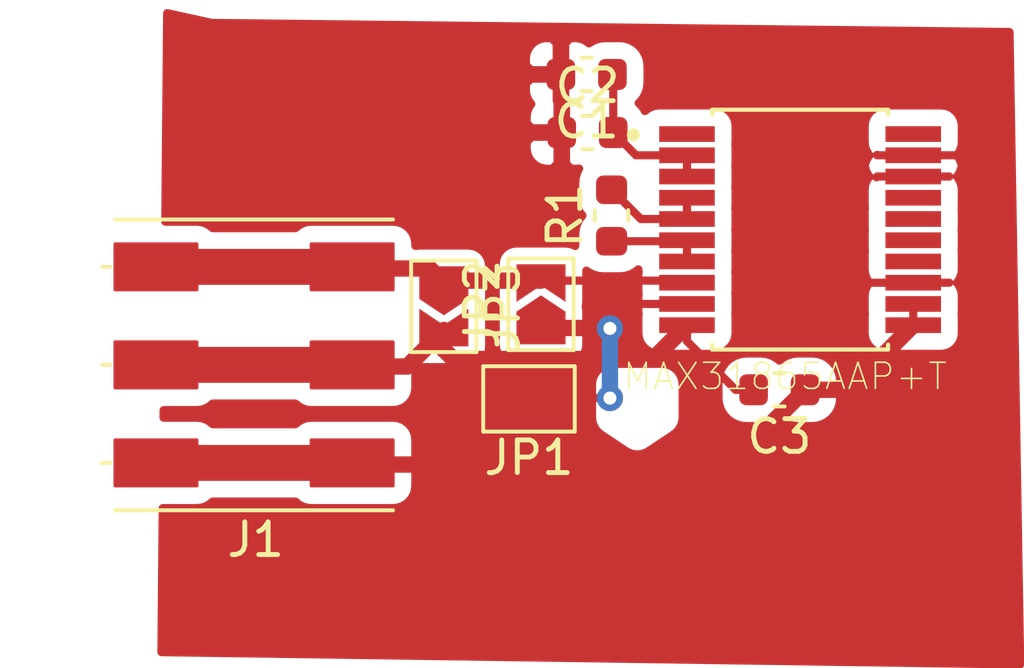
<source format=kicad_pcb>
(kicad_pcb (version 20171130) (host pcbnew "(5.1.4)-1")

  (general
    (thickness 1.6)
    (drawings 0)
    (tracks 53)
    (zones 0)
    (modules 9)
    (nets 14)
  )

  (page A4)
  (layers
    (0 F.Cu signal)
    (31 B.Cu signal)
    (32 B.Adhes user)
    (33 F.Adhes user)
    (34 B.Paste user)
    (35 F.Paste user)
    (36 B.SilkS user)
    (37 F.SilkS user)
    (38 B.Mask user)
    (39 F.Mask user)
    (40 Dwgs.User user)
    (41 Cmts.User user)
    (42 Eco1.User user)
    (43 Eco2.User user)
    (44 Edge.Cuts user)
    (45 Margin user)
    (46 B.CrtYd user)
    (47 F.CrtYd user)
    (48 B.Fab user)
    (49 F.Fab user)
  )

  (setup
    (last_trace_width 0.25)
    (user_trace_width 0.5)
    (trace_clearance 0.2)
    (zone_clearance 0.508)
    (zone_45_only no)
    (trace_min 0.2)
    (via_size 0.8)
    (via_drill 0.4)
    (via_min_size 0.4)
    (via_min_drill 0.3)
    (uvia_size 0.3)
    (uvia_drill 0.1)
    (uvias_allowed no)
    (uvia_min_size 0.2)
    (uvia_min_drill 0.1)
    (edge_width 0.05)
    (segment_width 0.2)
    (pcb_text_width 0.3)
    (pcb_text_size 1.5 1.5)
    (mod_edge_width 0.12)
    (mod_text_size 1 1)
    (mod_text_width 0.15)
    (pad_size 1.524 1.524)
    (pad_drill 0.762)
    (pad_to_mask_clearance 0.051)
    (solder_mask_min_width 0.25)
    (aux_axis_origin 0 0)
    (visible_elements FFFFFF7F)
    (pcbplotparams
      (layerselection 0x010fc_ffffffff)
      (usegerberextensions false)
      (usegerberattributes false)
      (usegerberadvancedattributes false)
      (creategerberjobfile false)
      (excludeedgelayer true)
      (linewidth 0.100000)
      (plotframeref false)
      (viasonmask false)
      (mode 1)
      (useauxorigin false)
      (hpglpennumber 1)
      (hpglpenspeed 20)
      (hpglpendiameter 15.000000)
      (psnegative false)
      (psa4output false)
      (plotreference true)
      (plotvalue true)
      (plotinvisibletext false)
      (padsonsilk false)
      (subtractmaskfromsilk false)
      (outputformat 1)
      (mirror false)
      (drillshape 1)
      (scaleselection 1)
      (outputdirectory ""))
  )

  (net 0 "")
  (net 1 GND)
  (net 2 +3V3)
  (net 3 "Net-(C3-Pad2)")
  (net 4 "Net-(C3-Pad1)")
  (net 5 "Net-(J1-Pad3)")
  (net 6 "Net-(JP1-Pad1)")
  (net 7 "Net-(R1-Pad2)")
  (net 8 "Net-(R1-Pad1)")
  (net 9 "Net-(U1-Pad1)")
  (net 10 SPI_SO)
  (net 11 CS)
  (net 12 SPI_CLK)
  (net 13 SPI_SI)

  (net_class Default "This is the default net class."
    (clearance 0.2)
    (trace_width 0.25)
    (via_dia 0.8)
    (via_drill 0.4)
    (uvia_dia 0.3)
    (uvia_drill 0.1)
    (add_net +3V3)
    (add_net CS)
    (add_net GND)
    (add_net "Net-(C3-Pad1)")
    (add_net "Net-(C3-Pad2)")
    (add_net "Net-(J1-Pad3)")
    (add_net "Net-(JP1-Pad1)")
    (add_net "Net-(R1-Pad1)")
    (add_net "Net-(R1-Pad2)")
    (add_net "Net-(U1-Pad1)")
    (add_net SPI_CLK)
    (add_net SPI_SI)
    (add_net SPI_SO)
  )

  (module JanSquare:SOP65P777X199-20N (layer F.Cu) (tedit 5DF2E1C2) (tstamp 5DF6397A)
    (at 118.745 83.1088)
    (path /5DF89079)
    (attr smd)
    (fp_text reference U1 (at 0 -4.508) (layer F.SilkS) hide
      (effects (font (size 0.8 0.8) (thickness 0.05)))
    )
    (fp_text value MAX31865AAP+T (at -0.46 4.492) (layer F.SilkS)
      (effects (font (size 0.8 0.8) (thickness 0.05)))
    )
    (fp_circle (center -5.1 -2.9) (end -5 -2.9) (layer Eco2.User) (width 0.2))
    (fp_circle (center -5.1 -2.9) (end -5 -2.9) (layer F.SilkS) (width 0.2))
    (fp_line (start 4.56 -3.42) (end 4.56 3.42) (layer Eco1.User) (width 0.05))
    (fp_line (start -4.56 3.42) (end -4.56 -3.42) (layer Eco1.User) (width 0.05))
    (fp_line (start -2.94 3.42) (end -4.56 3.42) (layer Eco1.User) (width 0.05))
    (fp_line (start -2.94 3.92) (end -2.94 3.42) (layer Eco1.User) (width 0.05))
    (fp_line (start 2.94 3.92) (end -2.94 3.92) (layer Eco1.User) (width 0.05))
    (fp_line (start 2.94 3.42) (end 2.94 3.92) (layer Eco1.User) (width 0.05))
    (fp_line (start 4.56 3.42) (end 2.94 3.42) (layer Eco1.User) (width 0.05))
    (fp_line (start 2.94 -3.42) (end 4.56 -3.42) (layer Eco1.User) (width 0.05))
    (fp_line (start 2.94 -3.92) (end 2.94 -3.42) (layer Eco1.User) (width 0.05))
    (fp_line (start -2.94 -3.92) (end 2.94 -3.92) (layer Eco1.User) (width 0.05))
    (fp_line (start -2.94 -3.42) (end -2.94 -3.92) (layer Eco1.User) (width 0.05))
    (fp_line (start -4.56 -3.42) (end -2.94 -3.42) (layer Eco1.User) (width 0.05))
    (fp_line (start -2.69 3.67) (end -2.69 3.52) (layer F.SilkS) (width 0.127))
    (fp_line (start 2.69 3.67) (end -2.69 3.67) (layer F.SilkS) (width 0.127))
    (fp_line (start 2.69 3.52) (end 2.69 3.67) (layer F.SilkS) (width 0.127))
    (fp_line (start 2.69 -3.67) (end 2.69 -3.52) (layer F.SilkS) (width 0.127))
    (fp_line (start -2.69 -3.67) (end 2.69 -3.67) (layer F.SilkS) (width 0.127))
    (fp_line (start -2.69 -3.52) (end -2.69 -3.67) (layer F.SilkS) (width 0.127))
    (fp_line (start 2.69 3.67) (end -2.69 3.67) (layer Eco2.User) (width 0.127))
    (fp_line (start 2.69 -3.67) (end 2.69 3.67) (layer Eco2.User) (width 0.127))
    (fp_line (start -2.69 -3.67) (end 2.69 -3.67) (layer Eco2.User) (width 0.127))
    (fp_line (start -2.69 3.67) (end -2.69 -3.67) (layer Eco2.User) (width 0.127))
    (pad 20 smd rect (at 3.46 -2.925 180) (size 1.7 0.48) (layers F.Cu F.Paste F.Mask))
    (pad 19 smd rect (at 3.46 -2.275 180) (size 1.7 0.48) (layers F.Cu F.Paste F.Mask)
      (net 1 GND))
    (pad 18 smd rect (at 3.46 -1.625 180) (size 1.7 0.48) (layers F.Cu F.Paste F.Mask)
      (net 1 GND))
    (pad 17 smd rect (at 3.46 -0.975 180) (size 1.7 0.48) (layers F.Cu F.Paste F.Mask)
      (net 10 SPI_SO))
    (pad 16 smd rect (at 3.46 -0.325 180) (size 1.7 0.48) (layers F.Cu F.Paste F.Mask)
      (net 11 CS))
    (pad 15 smd rect (at 3.46 0.325 180) (size 1.7 0.48) (layers F.Cu F.Paste F.Mask)
      (net 12 SPI_CLK))
    (pad 14 smd rect (at 3.46 0.975 180) (size 1.7 0.48) (layers F.Cu F.Paste F.Mask)
      (net 13 SPI_SI))
    (pad 13 smd rect (at 3.46 1.625 180) (size 1.7 0.48) (layers F.Cu F.Paste F.Mask)
      (net 1 GND))
    (pad 12 smd rect (at 3.46 2.275 180) (size 1.7 0.48) (layers F.Cu F.Paste F.Mask)
      (net 4 "Net-(C3-Pad1)"))
    (pad 11 smd rect (at 3.46 2.925 180) (size 1.7 0.48) (layers F.Cu F.Paste F.Mask)
      (net 4 "Net-(C3-Pad1)"))
    (pad 10 smd rect (at -3.46 2.925) (size 1.7 0.48) (layers F.Cu F.Paste F.Mask)
      (net 3 "Net-(C3-Pad2)"))
    (pad 9 smd rect (at -3.46 2.275) (size 1.7 0.48) (layers F.Cu F.Paste F.Mask)
      (net 6 "Net-(JP1-Pad1)"))
    (pad 8 smd rect (at -3.46 1.625) (size 1.7 0.48) (layers F.Cu F.Paste F.Mask)
      (net 5 "Net-(J1-Pad3)"))
    (pad 7 smd rect (at -3.46 0.975) (size 1.7 0.48) (layers F.Cu F.Paste F.Mask)
      (net 8 "Net-(R1-Pad1)"))
    (pad 6 smd rect (at -3.46 0.325) (size 1.7 0.48) (layers F.Cu F.Paste F.Mask)
      (net 8 "Net-(R1-Pad1)"))
    (pad 5 smd rect (at -3.46 -0.325) (size 1.7 0.48) (layers F.Cu F.Paste F.Mask)
      (net 7 "Net-(R1-Pad2)"))
    (pad 4 smd rect (at -3.46 -0.975) (size 1.7 0.48) (layers F.Cu F.Paste F.Mask)
      (net 7 "Net-(R1-Pad2)"))
    (pad 3 smd rect (at -3.46 -1.625) (size 1.7 0.48) (layers F.Cu F.Paste F.Mask)
      (net 2 +3V3))
    (pad 2 smd rect (at -3.46 -2.275) (size 1.7 0.48) (layers F.Cu F.Paste F.Mask)
      (net 2 +3V3))
    (pad 1 smd rect (at -3.46 -2.925) (size 1.7 0.48) (layers F.Cu F.Paste F.Mask)
      (net 9 "Net-(U1-Pad1)"))
  )

  (module Resistor_SMD:R_0603_1608Metric (layer F.Cu) (tedit 5B301BBD) (tstamp 5DF6394A)
    (at 112.9792 82.677 90)
    (descr "Resistor SMD 0603 (1608 Metric), square (rectangular) end terminal, IPC_7351 nominal, (Body size source: http://www.tortai-tech.com/upload/download/2011102023233369053.pdf), generated with kicad-footprint-generator")
    (tags resistor)
    (path /5DF939BC)
    (attr smd)
    (fp_text reference R1 (at 0 -1.43 90) (layer F.SilkS)
      (effects (font (size 1 1) (thickness 0.15)))
    )
    (fp_text value R_Small (at 0 1.43 90) (layer F.Fab)
      (effects (font (size 1 1) (thickness 0.15)))
    )
    (fp_text user %R (at 0 -0.0508 90) (layer F.Fab)
      (effects (font (size 0.4 0.4) (thickness 0.06)))
    )
    (fp_line (start 1.48 0.73) (end -1.48 0.73) (layer F.CrtYd) (width 0.05))
    (fp_line (start 1.48 -0.73) (end 1.48 0.73) (layer F.CrtYd) (width 0.05))
    (fp_line (start -1.48 -0.73) (end 1.48 -0.73) (layer F.CrtYd) (width 0.05))
    (fp_line (start -1.48 0.73) (end -1.48 -0.73) (layer F.CrtYd) (width 0.05))
    (fp_line (start -0.162779 0.51) (end 0.162779 0.51) (layer F.SilkS) (width 0.12))
    (fp_line (start -0.162779 -0.51) (end 0.162779 -0.51) (layer F.SilkS) (width 0.12))
    (fp_line (start 0.8 0.4) (end -0.8 0.4) (layer F.Fab) (width 0.1))
    (fp_line (start 0.8 -0.4) (end 0.8 0.4) (layer F.Fab) (width 0.1))
    (fp_line (start -0.8 -0.4) (end 0.8 -0.4) (layer F.Fab) (width 0.1))
    (fp_line (start -0.8 0.4) (end -0.8 -0.4) (layer F.Fab) (width 0.1))
    (pad 2 smd roundrect (at 0.7875 0 90) (size 0.875 0.95) (layers F.Cu F.Paste F.Mask) (roundrect_rratio 0.25)
      (net 7 "Net-(R1-Pad2)"))
    (pad 1 smd roundrect (at -0.7875 0 90) (size 0.875 0.95) (layers F.Cu F.Paste F.Mask) (roundrect_rratio 0.25)
      (net 8 "Net-(R1-Pad1)"))
    (model ${KISYS3DMOD}/Resistor_SMD.3dshapes/R_0603_1608Metric.wrl
      (at (xyz 0 0 0))
      (scale (xyz 1 1 1))
      (rotate (xyz 0 0 0))
    )
  )

  (module Jumper:SolderJumper-2_P1.3mm_Open_TrianglePad1.0x1.5mm (layer F.Cu) (tedit 5A64794F) (tstamp 5DF63939)
    (at 107.8484 85.4572 270)
    (descr "SMD Solder Jumper, 1x1.5mm Triangular Pads, 0.3mm gap, open")
    (tags "solder jumper open")
    (path /5DF9277D)
    (attr virtual)
    (fp_text reference JP3 (at 0 -1.8 90) (layer F.SilkS)
      (effects (font (size 1 1) (thickness 0.15)))
    )
    (fp_text value SolderJumper_2_Open (at 0 1.9 90) (layer F.Fab)
      (effects (font (size 1 1) (thickness 0.15)))
    )
    (fp_line (start 1.65 1.25) (end -1.65 1.25) (layer F.CrtYd) (width 0.05))
    (fp_line (start 1.65 1.25) (end 1.65 -1.25) (layer F.CrtYd) (width 0.05))
    (fp_line (start -1.65 -1.25) (end -1.65 1.25) (layer F.CrtYd) (width 0.05))
    (fp_line (start -1.65 -1.25) (end 1.65 -1.25) (layer F.CrtYd) (width 0.05))
    (fp_line (start -1.4 -1) (end 1.4 -1) (layer F.SilkS) (width 0.12))
    (fp_line (start 1.4 -1) (end 1.4 1) (layer F.SilkS) (width 0.12))
    (fp_line (start 1.4 1) (end -1.4 1) (layer F.SilkS) (width 0.12))
    (fp_line (start -1.4 1) (end -1.4 -1) (layer F.SilkS) (width 0.12))
    (pad 1 smd custom (at -0.725 0 270) (size 0.3 0.3) (layers F.Cu F.Mask)
      (net 5 "Net-(J1-Pad3)") (zone_connect 2)
      (options (clearance outline) (anchor rect))
      (primitives
        (gr_poly (pts
           (xy -0.5 -0.75) (xy 0.5 -0.75) (xy 1 0) (xy 0.5 0.75) (xy -0.5 0.75)
) (width 0))
      ))
    (pad 2 smd custom (at 0.725 0 270) (size 0.3 0.3) (layers F.Cu F.Mask)
      (net 3 "Net-(C3-Pad2)") (zone_connect 2)
      (options (clearance outline) (anchor rect))
      (primitives
        (gr_poly (pts
           (xy -0.65 -0.75) (xy 0.5 -0.75) (xy 0.5 0.75) (xy -0.65 0.75) (xy -0.15 0)
) (width 0))
      ))
  )

  (module Jumper:SolderJumper-2_P1.3mm_Open_TrianglePad1.0x1.5mm (layer F.Cu) (tedit 5A64794F) (tstamp 5DF63F9C)
    (at 110.8202 85.3948 90)
    (descr "SMD Solder Jumper, 1x1.5mm Triangular Pads, 0.3mm gap, open")
    (tags "solder jumper open")
    (path /5DF99BD4)
    (attr virtual)
    (fp_text reference JP2 (at 0 -1.8 90) (layer F.SilkS)
      (effects (font (size 1 1) (thickness 0.15)))
    )
    (fp_text value SolderJumper_2_Open (at 0 1.9 90) (layer F.Fab)
      (effects (font (size 1 1) (thickness 0.15)))
    )
    (fp_line (start 1.65 1.25) (end -1.65 1.25) (layer F.CrtYd) (width 0.05))
    (fp_line (start 1.65 1.25) (end 1.65 -1.25) (layer F.CrtYd) (width 0.05))
    (fp_line (start -1.65 -1.25) (end -1.65 1.25) (layer F.CrtYd) (width 0.05))
    (fp_line (start -1.65 -1.25) (end 1.65 -1.25) (layer F.CrtYd) (width 0.05))
    (fp_line (start -1.4 -1) (end 1.4 -1) (layer F.SilkS) (width 0.12))
    (fp_line (start 1.4 -1) (end 1.4 1) (layer F.SilkS) (width 0.12))
    (fp_line (start 1.4 1) (end -1.4 1) (layer F.SilkS) (width 0.12))
    (fp_line (start -1.4 1) (end -1.4 -1) (layer F.SilkS) (width 0.12))
    (pad 1 smd custom (at -0.725 0 90) (size 0.3 0.3) (layers F.Cu F.Mask)
      (net 6 "Net-(JP1-Pad1)") (zone_connect 2)
      (options (clearance outline) (anchor rect))
      (primitives
        (gr_poly (pts
           (xy -0.5 -0.75) (xy 0.5 -0.75) (xy 1 0) (xy 0.5 0.75) (xy -0.5 0.75)
) (width 0))
      ))
    (pad 2 smd custom (at 0.725 0 90) (size 0.3 0.3) (layers F.Cu F.Mask)
      (net 5 "Net-(J1-Pad3)") (zone_connect 2)
      (options (clearance outline) (anchor rect))
      (primitives
        (gr_poly (pts
           (xy -0.65 -0.75) (xy 0.5 -0.75) (xy 0.5 0.75) (xy -0.65 0.75) (xy -0.15 0)
) (width 0))
      ))
  )

  (module Jumper:SolderJumper-2_P1.3mm_Open_TrianglePad1.0x1.5mm (layer F.Cu) (tedit 5A64794F) (tstamp 5DF6391D)
    (at 110.453 88.2904 180)
    (descr "SMD Solder Jumper, 1x1.5mm Triangular Pads, 0.3mm gap, open")
    (tags "solder jumper open")
    (path /5DF9EBD9)
    (attr virtual)
    (fp_text reference JP1 (at 0 -1.8) (layer F.SilkS)
      (effects (font (size 1 1) (thickness 0.15)))
    )
    (fp_text value SolderJumper_2_Open (at 0 1.9) (layer F.Fab)
      (effects (font (size 1 1) (thickness 0.15)))
    )
    (fp_line (start 1.65 1.25) (end -1.65 1.25) (layer F.CrtYd) (width 0.05))
    (fp_line (start 1.65 1.25) (end 1.65 -1.25) (layer F.CrtYd) (width 0.05))
    (fp_line (start -1.65 -1.25) (end -1.65 1.25) (layer F.CrtYd) (width 0.05))
    (fp_line (start -1.65 -1.25) (end 1.65 -1.25) (layer F.CrtYd) (width 0.05))
    (fp_line (start -1.4 -1) (end 1.4 -1) (layer F.SilkS) (width 0.12))
    (fp_line (start 1.4 -1) (end 1.4 1) (layer F.SilkS) (width 0.12))
    (fp_line (start 1.4 1) (end -1.4 1) (layer F.SilkS) (width 0.12))
    (fp_line (start -1.4 1) (end -1.4 -1) (layer F.SilkS) (width 0.12))
    (pad 1 smd custom (at -0.725 0 180) (size 0.3 0.3) (layers F.Cu F.Mask)
      (net 6 "Net-(JP1-Pad1)") (zone_connect 2)
      (options (clearance outline) (anchor rect))
      (primitives
        (gr_poly (pts
           (xy -0.5 -0.75) (xy 0.5 -0.75) (xy 1 0) (xy 0.5 0.75) (xy -0.5 0.75)
) (width 0))
      ))
    (pad 2 smd custom (at 0.725 0 180) (size 0.3 0.3) (layers F.Cu F.Mask)
      (net 1 GND) (zone_connect 2)
      (options (clearance outline) (anchor rect))
      (primitives
        (gr_poly (pts
           (xy -0.65 -0.75) (xy 0.5 -0.75) (xy 0.5 0.75) (xy -0.65 0.75) (xy -0.15 0)
) (width 0))
      ))
  )

  (module JanSquare:WAGO_2059-303_998-403 (layer F.Cu) (tedit 5DF5817D) (tstamp 5DF6390F)
    (at 102.0445 87.249)
    (path /5DF8EA7E)
    (fp_text reference J1 (at 0.05 5.35) (layer F.SilkS)
      (effects (font (size 1 1) (thickness 0.15)))
    )
    (fp_text value Conn_01x03_Female (at -0.05 -5.35) (layer F.Fab)
      (effects (font (size 1 1) (thickness 0.15)))
    )
    (fp_line (start -4.25 -4.45) (end 4.25 -4.45) (layer F.SilkS) (width 0.12))
    (fp_poly (pts (xy -4.15 -3.6) (xy -1.85 -3.6) (xy -1.85 -2.4) (xy -4.15 -2.4)) (layer F.Paste) (width 0.1))
    (fp_line (start -4.4 -3) (end -4.65 -3) (layer F.SilkS) (width 0.12))
    (fp_poly (pts (xy -4.25 -3.7) (xy -4.25 -2.3) (xy -1.75 -2.3) (xy -1.75 -3.7)) (layer F.Cu) (width 0.1))
    (fp_poly (pts (xy 4.25 -2.3) (xy 4.25 -3.7) (xy 1.75 -3.7) (xy 1.75 -2.3)) (layer F.Mask) (width 0.1))
    (fp_poly (pts (xy -4.25 -3.7) (xy -4.25 -2.3) (xy -1.75 -2.3) (xy -1.75 -3.7)) (layer F.Mask) (width 0.1))
    (fp_poly (pts (xy 1.85 -3.6) (xy 4.15 -3.6) (xy 4.15 -2.4) (xy 1.85 -2.4)) (layer F.Paste) (width 0.1))
    (fp_poly (pts (xy -1.75 -3.5) (xy 1.75 -3.5) (xy 1.75 -2.5) (xy -1.75 -2.5)) (layer F.Cu) (width 0.1))
    (fp_poly (pts (xy 4.25 -2.3) (xy 4.25 -3.7) (xy 1.75 -3.7) (xy 1.75 -2.3)) (layer F.Cu) (width 0.1))
    (fp_line (start -4.4 3) (end -4.65 3) (layer F.SilkS) (width 0.12))
    (fp_line (start -4.4 0) (end -4.65 0) (layer F.SilkS) (width 0.12))
    (fp_line (start -4.25 4.45) (end 4.25 4.45) (layer F.SilkS) (width 0.12))
    (fp_poly (pts (xy -4.15 -0.6) (xy -1.85 -0.6) (xy -1.85 0.6) (xy -4.15 0.6)) (layer F.Paste) (width 0.1))
    (fp_poly (pts (xy -4.25 -0.7) (xy -4.25 0.7) (xy -1.75 0.7) (xy -1.75 -0.7)) (layer F.Cu) (width 0.1))
    (fp_poly (pts (xy 1.85 -0.6) (xy 4.15 -0.6) (xy 4.15 0.6) (xy 1.85 0.6)) (layer F.Paste) (width 0.1))
    (fp_poly (pts (xy -1.75 -0.5) (xy 1.75 -0.5) (xy 1.75 0.5) (xy -1.75 0.5)) (layer F.Cu) (width 0.1))
    (fp_poly (pts (xy 4.25 0.7) (xy 4.25 -0.7) (xy 1.75 -0.7) (xy 1.75 0.7)) (layer F.Cu) (width 0.1))
    (fp_poly (pts (xy 4.25 0.7) (xy 4.25 -0.7) (xy 1.75 -0.7) (xy 1.75 0.7)) (layer F.Mask) (width 0.1))
    (fp_poly (pts (xy -4.25 -0.7) (xy -4.25 0.7) (xy -1.75 0.7) (xy -1.75 -0.7)) (layer F.Mask) (width 0.1))
    (fp_poly (pts (xy -4.15 2.4) (xy -1.85 2.4) (xy -1.85 3.6) (xy -4.15 3.6)) (layer F.Paste) (width 0.1))
    (fp_poly (pts (xy 1.85 2.4) (xy 4.15 2.4) (xy 4.15 3.6) (xy 1.85 3.6)) (layer F.Paste) (width 0.1))
    (fp_poly (pts (xy 4.25 3.7) (xy 4.25 2.3) (xy 1.75 2.3) (xy 1.75 3.7)) (layer F.Mask) (width 0.1))
    (fp_poly (pts (xy -4.25 2.3) (xy -4.25 3.7) (xy -1.75 3.7) (xy -1.75 2.3)) (layer F.Mask) (width 0.1))
    (fp_poly (pts (xy -1.75 2.5) (xy 1.75 2.5) (xy 1.75 3.5) (xy -1.75 3.5)) (layer F.Cu) (width 0.1))
    (fp_poly (pts (xy 4.25 3.7) (xy 4.25 2.3) (xy 1.75 2.3) (xy 1.75 3.7)) (layer F.Cu) (width 0.1))
    (fp_poly (pts (xy -4.25 2.3) (xy -4.25 3.7) (xy -1.75 3.7) (xy -1.75 2.3)) (layer F.Cu) (width 0.1))
    (pad 3 smd circle (at 3.1 -2.95 270) (size 1 1) (layers F.Cu F.Paste F.Mask)
      (net 5 "Net-(J1-Pad3)"))
    (pad 2 smd circle (at 3.1 0.05 270) (size 1 1) (layers F.Cu F.Paste F.Mask)
      (net 3 "Net-(C3-Pad2)"))
    (pad 1 smd circle (at 3.1 3.05 270) (size 1 1) (layers F.Cu F.Paste F.Mask)
      (net 4 "Net-(C3-Pad1)"))
    (model C:/Users/marlo/Documents/GitHub/KiCAD-Libs/3Dmodels/2059-303_998-403.stp
      (offset (xyz -4 -4.5 0))
      (scale (xyz 1 1 1))
      (rotate (xyz -90 0 180))
    )
  )

  (module Capacitor_SMD:C_0603_1608Metric (layer F.Cu) (tedit 5B301BBE) (tstamp 5DF638EE)
    (at 118.1101 88.011 180)
    (descr "Capacitor SMD 0603 (1608 Metric), square (rectangular) end terminal, IPC_7351 nominal, (Body size source: http://www.tortai-tech.com/upload/download/2011102023233369053.pdf), generated with kicad-footprint-generator")
    (tags capacitor)
    (path /5DF91556)
    (attr smd)
    (fp_text reference C3 (at 0 -1.43) (layer F.SilkS)
      (effects (font (size 1 1) (thickness 0.15)))
    )
    (fp_text value C_Small (at 0 1.43) (layer F.Fab)
      (effects (font (size 1 1) (thickness 0.15)))
    )
    (fp_text user %R (at 0 0) (layer F.Fab)
      (effects (font (size 0.4 0.4) (thickness 0.06)))
    )
    (fp_line (start 1.48 0.73) (end -1.48 0.73) (layer F.CrtYd) (width 0.05))
    (fp_line (start 1.48 -0.73) (end 1.48 0.73) (layer F.CrtYd) (width 0.05))
    (fp_line (start -1.48 -0.73) (end 1.48 -0.73) (layer F.CrtYd) (width 0.05))
    (fp_line (start -1.48 0.73) (end -1.48 -0.73) (layer F.CrtYd) (width 0.05))
    (fp_line (start -0.162779 0.51) (end 0.162779 0.51) (layer F.SilkS) (width 0.12))
    (fp_line (start -0.162779 -0.51) (end 0.162779 -0.51) (layer F.SilkS) (width 0.12))
    (fp_line (start 0.8 0.4) (end -0.8 0.4) (layer F.Fab) (width 0.1))
    (fp_line (start 0.8 -0.4) (end 0.8 0.4) (layer F.Fab) (width 0.1))
    (fp_line (start -0.8 -0.4) (end 0.8 -0.4) (layer F.Fab) (width 0.1))
    (fp_line (start -0.8 0.4) (end -0.8 -0.4) (layer F.Fab) (width 0.1))
    (pad 2 smd roundrect (at 0.7875 0 180) (size 0.875 0.95) (layers F.Cu F.Paste F.Mask) (roundrect_rratio 0.25)
      (net 3 "Net-(C3-Pad2)"))
    (pad 1 smd roundrect (at -0.7875 0 180) (size 0.875 0.95) (layers F.Cu F.Paste F.Mask) (roundrect_rratio 0.25)
      (net 4 "Net-(C3-Pad1)"))
    (model ${KISYS3DMOD}/Capacitor_SMD.3dshapes/C_0603_1608Metric.wrl
      (at (xyz 0 0 0))
      (scale (xyz 1 1 1))
      (rotate (xyz 0 0 0))
    )
  )

  (module Capacitor_SMD:C_0603_1608Metric (layer F.Cu) (tedit 5B301BBE) (tstamp 5DF638DD)
    (at 112.2425 80.137)
    (descr "Capacitor SMD 0603 (1608 Metric), square (rectangular) end terminal, IPC_7351 nominal, (Body size source: http://www.tortai-tech.com/upload/download/2011102023233369053.pdf), generated with kicad-footprint-generator")
    (tags capacitor)
    (path /5DF8A7B9)
    (attr smd)
    (fp_text reference C2 (at 0 -1.43) (layer F.SilkS)
      (effects (font (size 1 1) (thickness 0.15)))
    )
    (fp_text value C_Small (at 0 1.43) (layer F.Fab)
      (effects (font (size 1 1) (thickness 0.15)))
    )
    (fp_text user %R (at 0 0) (layer F.Fab)
      (effects (font (size 0.4 0.4) (thickness 0.06)))
    )
    (fp_line (start 1.48 0.73) (end -1.48 0.73) (layer F.CrtYd) (width 0.05))
    (fp_line (start 1.48 -0.73) (end 1.48 0.73) (layer F.CrtYd) (width 0.05))
    (fp_line (start -1.48 -0.73) (end 1.48 -0.73) (layer F.CrtYd) (width 0.05))
    (fp_line (start -1.48 0.73) (end -1.48 -0.73) (layer F.CrtYd) (width 0.05))
    (fp_line (start -0.162779 0.51) (end 0.162779 0.51) (layer F.SilkS) (width 0.12))
    (fp_line (start -0.162779 -0.51) (end 0.162779 -0.51) (layer F.SilkS) (width 0.12))
    (fp_line (start 0.8 0.4) (end -0.8 0.4) (layer F.Fab) (width 0.1))
    (fp_line (start 0.8 -0.4) (end 0.8 0.4) (layer F.Fab) (width 0.1))
    (fp_line (start -0.8 -0.4) (end 0.8 -0.4) (layer F.Fab) (width 0.1))
    (fp_line (start -0.8 0.4) (end -0.8 -0.4) (layer F.Fab) (width 0.1))
    (pad 2 smd roundrect (at 0.7875 0) (size 0.875 0.95) (layers F.Cu F.Paste F.Mask) (roundrect_rratio 0.25)
      (net 2 +3V3))
    (pad 1 smd roundrect (at -0.7875 0) (size 0.875 0.95) (layers F.Cu F.Paste F.Mask) (roundrect_rratio 0.25)
      (net 1 GND))
    (model ${KISYS3DMOD}/Capacitor_SMD.3dshapes/C_0603_1608Metric.wrl
      (at (xyz 0 0 0))
      (scale (xyz 1 1 1))
      (rotate (xyz 0 0 0))
    )
  )

  (module Capacitor_SMD:C_0603_1608Metric (layer F.Cu) (tedit 5B301BBE) (tstamp 5DF638CC)
    (at 112.2173 78.359 180)
    (descr "Capacitor SMD 0603 (1608 Metric), square (rectangular) end terminal, IPC_7351 nominal, (Body size source: http://www.tortai-tech.com/upload/download/2011102023233369053.pdf), generated with kicad-footprint-generator")
    (tags capacitor)
    (path /5DF8B44B)
    (attr smd)
    (fp_text reference C1 (at 0 -1.43) (layer F.SilkS)
      (effects (font (size 1 1) (thickness 0.15)))
    )
    (fp_text value C_Small (at 0 1.43) (layer F.Fab)
      (effects (font (size 1 1) (thickness 0.15)))
    )
    (fp_text user %R (at 0 0) (layer F.Fab)
      (effects (font (size 0.4 0.4) (thickness 0.06)))
    )
    (fp_line (start 1.48 0.73) (end -1.48 0.73) (layer F.CrtYd) (width 0.05))
    (fp_line (start 1.48 -0.73) (end 1.48 0.73) (layer F.CrtYd) (width 0.05))
    (fp_line (start -1.48 -0.73) (end 1.48 -0.73) (layer F.CrtYd) (width 0.05))
    (fp_line (start -1.48 0.73) (end -1.48 -0.73) (layer F.CrtYd) (width 0.05))
    (fp_line (start -0.162779 0.51) (end 0.162779 0.51) (layer F.SilkS) (width 0.12))
    (fp_line (start -0.162779 -0.51) (end 0.162779 -0.51) (layer F.SilkS) (width 0.12))
    (fp_line (start 0.8 0.4) (end -0.8 0.4) (layer F.Fab) (width 0.1))
    (fp_line (start 0.8 -0.4) (end 0.8 0.4) (layer F.Fab) (width 0.1))
    (fp_line (start -0.8 -0.4) (end 0.8 -0.4) (layer F.Fab) (width 0.1))
    (fp_line (start -0.8 0.4) (end -0.8 -0.4) (layer F.Fab) (width 0.1))
    (pad 2 smd roundrect (at 0.7875 0 180) (size 0.875 0.95) (layers F.Cu F.Paste F.Mask) (roundrect_rratio 0.25)
      (net 1 GND))
    (pad 1 smd roundrect (at -0.7875 0 180) (size 0.875 0.95) (layers F.Cu F.Paste F.Mask) (roundrect_rratio 0.25)
      (net 2 +3V3))
    (model ${KISYS3DMOD}/Capacitor_SMD.3dshapes/C_0603_1608Metric.wrl
      (at (xyz 0 0 0))
      (scale (xyz 1 1 1))
      (rotate (xyz 0 0 0))
    )
  )

  (segment (start 122.205 80.8338) (end 124.195 80.8338) (width 0.25) (layer F.Cu) (net 1))
  (segment (start 123.305 81.4838) (end 123.3056 81.4832) (width 0.25) (layer F.Cu) (net 1))
  (segment (start 122.205 81.4838) (end 123.305 81.4838) (width 0.25) (layer F.Cu) (net 1))
  (segment (start 123.305 84.7338) (end 123.3056 84.7344) (width 0.25) (layer F.Cu) (net 1))
  (segment (start 122.205 84.7338) (end 123.305 84.7338) (width 0.25) (layer F.Cu) (net 1))
  (segment (start 122.205 84.7338) (end 120.9808 84.7338) (width 0.25) (layer F.Cu) (net 1))
  (segment (start 121.105 81.4838) (end 121.0802 81.5086) (width 0.25) (layer F.Cu) (net 1))
  (segment (start 122.205 81.4838) (end 121.105 81.4838) (width 0.25) (layer F.Cu) (net 1))
  (segment (start 121.105 80.8338) (end 121.094 80.8228) (width 0.25) (layer F.Cu) (net 1))
  (segment (start 122.205 80.8338) (end 121.105 80.8338) (width 0.25) (layer F.Cu) (net 1))
  (segment (start 115.285 81.4838) (end 115.285 80.8338) (width 0.25) (layer F.Cu) (net 2))
  (segment (start 113.7268 80.8338) (end 113.03 80.137) (width 0.25) (layer F.Cu) (net 2))
  (segment (start 115.285 80.8338) (end 113.7268 80.8338) (width 0.25) (layer F.Cu) (net 2))
  (segment (start 113.03 78.3842) (end 113.0048 78.359) (width 0.25) (layer F.Cu) (net 2))
  (segment (start 113.03 80.137) (end 113.03 78.3842) (width 0.25) (layer F.Cu) (net 2))
  (segment (start 106.7316 87.299) (end 107.8484 86.1822) (width 0.5) (layer F.Cu) (net 3))
  (segment (start 105.1445 87.299) (end 106.7316 87.299) (width 0.5) (layer F.Cu) (net 3))
  (segment (start 115.244999 86.073801) (end 115.285 86.073801) (width 0.5) (layer F.Cu) (net 3))
  (segment (start 114.24899 87.06981) (end 115.244999 86.073801) (width 0.5) (layer F.Cu) (net 3))
  (segment (start 108.13601 87.06981) (end 114.24899 87.06981) (width 0.5) (layer F.Cu) (net 3))
  (segment (start 107.8484 86.1822) (end 107.8484 86.7822) (width 0.5) (layer F.Cu) (net 3))
  (segment (start 107.8484 86.7822) (end 108.13601 87.06981) (width 0.5) (layer F.Cu) (net 3))
  (segment (start 116.7851 88.011) (end 117.3226 88.011) (width 0.25) (layer F.Cu) (net 3))
  (segment (start 116.7722 88.011) (end 116.7851 88.011) (width 0.25) (layer F.Cu) (net 3))
  (segment (start 115.285 86.5238) (end 116.7722 88.011) (width 0.25) (layer F.Cu) (net 3))
  (segment (start 115.285 86.0338) (end 115.285 86.5238) (width 0.25) (layer F.Cu) (net 3))
  (segment (start 116.6096 90.299) (end 118.8976 88.011) (width 0.5) (layer F.Cu) (net 4))
  (segment (start 105.1445 90.299) (end 116.6096 90.299) (width 0.5) (layer F.Cu) (net 4))
  (segment (start 120.2278 88.011) (end 122.205 86.0338) (width 0.5) (layer F.Cu) (net 4))
  (segment (start 118.8976 88.011) (end 120.2278 88.011) (width 0.5) (layer F.Cu) (net 4))
  (segment (start 122.205 85.3838) (end 122.205 86.0338) (width 0.25) (layer F.Cu) (net 4))
  (segment (start 107.4152 84.299) (end 107.8484 84.7322) (width 0.5) (layer F.Cu) (net 5))
  (segment (start 105.1445 84.299) (end 107.4152 84.299) (width 0.5) (layer F.Cu) (net 5))
  (segment (start 107.9108 84.6698) (end 110.8202 84.6698) (width 0.5) (layer F.Cu) (net 5))
  (segment (start 107.8484 84.7322) (end 107.9108 84.6698) (width 0.5) (layer F.Cu) (net 5))
  (segment (start 115.221 84.6698) (end 115.285 84.7338) (width 0.25) (layer F.Cu) (net 5))
  (segment (start 110.8202 84.6698) (end 115.221 84.6698) (width 0.25) (layer F.Cu) (net 5))
  (via (at 112.9284 86.1314) (size 0.8) (drill 0.4) (layers F.Cu B.Cu) (net 6))
  (segment (start 110.8202 86.1198) (end 112.9168 86.1198) (width 0.5) (layer F.Cu) (net 6))
  (segment (start 112.9168 86.1198) (end 112.9284 86.1314) (width 0.5) (layer F.Cu) (net 6))
  (segment (start 112.9284 86.1314) (end 112.9284 86.697085) (width 0.5) (layer B.Cu) (net 6))
  (via (at 112.9284 88.265) (size 0.8) (drill 0.4) (layers F.Cu B.Cu) (net 6))
  (segment (start 112.9284 86.697085) (end 112.9284 88.265) (width 0.5) (layer B.Cu) (net 6))
  (segment (start 113.676 85.3838) (end 115.285 85.3838) (width 0.25) (layer F.Cu) (net 6))
  (segment (start 112.9284 86.1314) (end 113.676 85.3838) (width 0.25) (layer F.Cu) (net 6))
  (segment (start 111.2034 88.265) (end 111.178 88.2904) (width 0.25) (layer F.Cu) (net 6))
  (segment (start 112.9284 88.265) (end 111.2034 88.265) (width 0.25) (layer F.Cu) (net 6))
  (segment (start 113.8735 82.7838) (end 115.285 82.7838) (width 0.25) (layer F.Cu) (net 7))
  (segment (start 112.9792 81.8895) (end 113.8735 82.7838) (width 0.25) (layer F.Cu) (net 7))
  (segment (start 115.285 82.7838) (end 115.285 82.1338) (width 0.25) (layer F.Cu) (net 7))
  (segment (start 115.2543 83.4645) (end 115.285 83.4338) (width 0.25) (layer F.Cu) (net 8))
  (segment (start 112.9792 83.4645) (end 115.2543 83.4645) (width 0.25) (layer F.Cu) (net 8))
  (segment (start 115.285 83.4338) (end 115.285 84.0838) (width 0.25) (layer F.Cu) (net 8))

  (zone (net 1) (net_name GND) (layer F.Cu) (tstamp 0) (hatch edge 0.508)
    (connect_pads (clearance 0.508))
    (min_thickness 0.254)
    (fill yes (arc_segments 32) (thermal_gap 0.508) (thermal_bridge_width 0.508))
    (polygon
      (pts
        (xy 100.7618 76.6572) (xy 125.2728 76.9366) (xy 125.603 96.5454) (xy 99.0854 96.1644) (xy 99.2632 76.327)
      )
    )
    (filled_polygon
      (pts
        (xy 100.734472 76.781225) (xy 100.760352 76.784192) (xy 125.147897 77.062185) (xy 125.473812 96.416531) (xy 99.213527 96.039228)
        (xy 99.253011 91.634) (xy 100.2945 91.634) (xy 100.358645 91.62771) (xy 100.422856 91.621867) (xy 100.425162 91.621188)
        (xy 100.427551 91.620954) (xy 100.489223 91.602334) (xy 100.551106 91.584121) (xy 100.553236 91.583008) (xy 100.555533 91.582314)
        (xy 100.612386 91.552084) (xy 100.669581 91.522184) (xy 100.671455 91.520677) (xy 100.673573 91.519551) (xy 100.723486 91.478843)
        (xy 100.773769 91.438414) (xy 100.775313 91.436573) (xy 100.777174 91.435056) (xy 100.778048 91.434) (xy 103.311256 91.434)
        (xy 103.358116 91.472766) (xy 103.407498 91.514203) (xy 103.409602 91.51536) (xy 103.411453 91.516891) (xy 103.468139 91.547541)
        (xy 103.52465 91.578608) (xy 103.526942 91.579335) (xy 103.529052 91.580476) (xy 103.590584 91.599524) (xy 103.65208 91.619031)
        (xy 103.654468 91.619299) (xy 103.656762 91.620009) (xy 103.720866 91.626746) (xy 103.784936 91.633933) (xy 103.78955 91.633965)
        (xy 103.789718 91.633983) (xy 103.789886 91.633968) (xy 103.7945 91.634) (xy 106.2945 91.634) (xy 106.358645 91.62771)
        (xy 106.422856 91.621867) (xy 106.425162 91.621188) (xy 106.427551 91.620954) (xy 106.489223 91.602334) (xy 106.551106 91.584121)
        (xy 106.553236 91.583008) (xy 106.555533 91.582314) (xy 106.612386 91.552084) (xy 106.669581 91.522184) (xy 106.671455 91.520677)
        (xy 106.673573 91.519551) (xy 106.723486 91.478843) (xy 106.773769 91.438414) (xy 106.775313 91.436573) (xy 106.777174 91.435056)
        (xy 106.818266 91.385384) (xy 106.859703 91.336002) (xy 106.86086 91.333898) (xy 106.862391 91.332047) (xy 106.893041 91.275361)
        (xy 106.924108 91.21885) (xy 106.924835 91.216558) (xy 106.925976 91.214448) (xy 106.945024 91.152916) (xy 106.964531 91.09142)
        (xy 106.964799 91.089032) (xy 106.965509 91.086738) (xy 106.972246 91.022634) (xy 106.979433 90.958564) (xy 106.979465 90.95395)
        (xy 106.979483 90.953782) (xy 106.979468 90.953614) (xy 106.9795 90.949) (xy 106.9795 89.549) (xy 106.97321 89.484855)
        (xy 106.967367 89.420644) (xy 106.966688 89.418338) (xy 106.966454 89.415949) (xy 106.947834 89.354277) (xy 106.929621 89.292394)
        (xy 106.928508 89.290264) (xy 106.927814 89.287967) (xy 106.897584 89.231114) (xy 106.867684 89.173919) (xy 106.866177 89.172045)
        (xy 106.865051 89.169927) (xy 106.824343 89.120014) (xy 106.783914 89.069731) (xy 106.782073 89.068187) (xy 106.780556 89.066326)
        (xy 106.730884 89.025234) (xy 106.681502 88.983797) (xy 106.679398 88.98264) (xy 106.677547 88.981109) (xy 106.620861 88.950459)
        (xy 106.56435 88.919392) (xy 106.562058 88.918665) (xy 106.559948 88.917524) (xy 106.498416 88.898476) (xy 106.43692 88.878969)
        (xy 106.434532 88.878701) (xy 106.432238 88.877991) (xy 106.368134 88.871254) (xy 106.304064 88.864067) (xy 106.29945 88.864035)
        (xy 106.299282 88.864017) (xy 106.299114 88.864032) (xy 106.2945 88.864) (xy 103.7945 88.864) (xy 103.730355 88.87029)
        (xy 103.666144 88.876133) (xy 103.663838 88.876812) (xy 103.661449 88.877046) (xy 103.599777 88.895666) (xy 103.537894 88.913879)
        (xy 103.535764 88.914992) (xy 103.533467 88.915686) (xy 103.476614 88.945916) (xy 103.419419 88.975816) (xy 103.417545 88.977323)
        (xy 103.415427 88.978449) (xy 103.365514 89.019157) (xy 103.315231 89.059586) (xy 103.313687 89.061427) (xy 103.311826 89.062944)
        (xy 103.310952 89.064) (xy 100.777744 89.064) (xy 100.730884 89.025234) (xy 100.681502 88.983797) (xy 100.679398 88.98264)
        (xy 100.677547 88.981109) (xy 100.620861 88.950459) (xy 100.56435 88.919392) (xy 100.562058 88.918665) (xy 100.559948 88.917524)
        (xy 100.498416 88.898476) (xy 100.43692 88.878969) (xy 100.434532 88.878701) (xy 100.432238 88.877991) (xy 100.368134 88.871254)
        (xy 100.304064 88.864067) (xy 100.29945 88.864035) (xy 100.299282 88.864017) (xy 100.299114 88.864032) (xy 100.2945 88.864)
        (xy 99.277838 88.864) (xy 99.279899 88.634) (xy 100.2945 88.634) (xy 100.358645 88.62771) (xy 100.422856 88.621867)
        (xy 100.425162 88.621188) (xy 100.427551 88.620954) (xy 100.489223 88.602334) (xy 100.551106 88.584121) (xy 100.553236 88.583008)
        (xy 100.555533 88.582314) (xy 100.612386 88.552084) (xy 100.669581 88.522184) (xy 100.671455 88.520677) (xy 100.673573 88.519551)
        (xy 100.723486 88.478843) (xy 100.773769 88.438414) (xy 100.775313 88.436573) (xy 100.777174 88.435056) (xy 100.778048 88.434)
        (xy 103.311256 88.434) (xy 103.358116 88.472766) (xy 103.407498 88.514203) (xy 103.409602 88.51536) (xy 103.411453 88.516891)
        (xy 103.468139 88.547541) (xy 103.52465 88.578608) (xy 103.526942 88.579335) (xy 103.529052 88.580476) (xy 103.590584 88.599524)
        (xy 103.65208 88.619031) (xy 103.654468 88.619299) (xy 103.656762 88.620009) (xy 103.720866 88.626746) (xy 103.784936 88.633933)
        (xy 103.78955 88.633965) (xy 103.789718 88.633983) (xy 103.789886 88.633968) (xy 103.7945 88.634) (xy 106.2945 88.634)
        (xy 106.358645 88.62771) (xy 106.422856 88.621867) (xy 106.425162 88.621188) (xy 106.427551 88.620954) (xy 106.489223 88.602334)
        (xy 106.551106 88.584121) (xy 106.553236 88.583008) (xy 106.555533 88.582314) (xy 106.612386 88.552084) (xy 106.669581 88.522184)
        (xy 106.671455 88.520677) (xy 106.673573 88.519551) (xy 106.723486 88.478843) (xy 106.773769 88.438414) (xy 106.775313 88.436573)
        (xy 106.777174 88.435056) (xy 106.818266 88.385384) (xy 106.859703 88.336002) (xy 106.86086 88.333898) (xy 106.862391 88.332047)
        (xy 106.893041 88.275361) (xy 106.924108 88.21885) (xy 106.924835 88.216558) (xy 106.925976 88.214448) (xy 106.945024 88.152916)
        (xy 106.964531 88.09142) (xy 106.964799 88.089032) (xy 106.965509 88.086738) (xy 106.972246 88.022634) (xy 106.979433 87.958564)
        (xy 106.979465 87.95395) (xy 106.979483 87.953782) (xy 106.979468 87.953614) (xy 106.9795 87.949) (xy 106.9795 87.8528)
        (xy 112.378528 87.8528) (xy 112.378528 88.8528) (xy 112.390919 88.977936) (xy 112.427354 89.097596) (xy 112.486434 89.207849)
        (xy 112.565887 89.304457) (xy 112.662661 89.383708) (xy 113.412661 89.883708) (xy 113.521804 89.942046) (xy 113.641464 89.978481)
        (xy 113.765933 89.990872) (xy 113.890427 89.978741) (xy 114.010163 89.942557) (xy 114.120539 89.883708) (xy 114.870539 89.383708)
        (xy 114.967785 89.303985) (xy 115.047137 89.207294) (xy 115.106102 89.09698) (xy 115.142412 88.977282) (xy 115.154672 88.8528)
        (xy 115.154672 87.8528) (xy 115.145016 87.75475) (xy 116.247028 87.75475) (xy 116.247028 88.26725) (xy 116.263492 88.434408)
        (xy 116.31225 88.595142) (xy 116.391429 88.743275) (xy 116.497985 88.873115) (xy 116.627825 88.979671) (xy 116.775958 89.05885)
        (xy 116.936692 89.107608) (xy 117.10385 89.124072) (xy 117.54135 89.124072) (xy 117.708508 89.107608) (xy 117.869242 89.05885)
        (xy 118.017375 88.979671) (xy 118.1101 88.903574) (xy 118.202825 88.979671) (xy 118.350958 89.05885) (xy 118.511692 89.107608)
        (xy 118.67885 89.124072) (xy 119.11635 89.124072) (xy 119.283508 89.107608) (xy 119.444242 89.05885) (xy 119.592375 88.979671)
        (xy 119.722215 88.873115) (xy 119.828771 88.743275) (xy 119.90795 88.595142) (xy 119.956708 88.434408) (xy 119.973172 88.26725)
        (xy 119.973172 87.75475) (xy 119.956708 87.587592) (xy 119.90795 87.426858) (xy 119.828771 87.278725) (xy 119.722215 87.148885)
        (xy 119.592375 87.042329) (xy 119.444242 86.96315) (xy 119.283508 86.914392) (xy 119.11635 86.897928) (xy 118.67885 86.897928)
        (xy 118.511692 86.914392) (xy 118.350958 86.96315) (xy 118.202825 87.042329) (xy 118.1101 87.118426) (xy 118.017375 87.042329)
        (xy 117.869242 86.96315) (xy 117.708508 86.914392) (xy 117.54135 86.897928) (xy 117.10385 86.897928) (xy 116.936692 86.914392)
        (xy 116.775958 86.96315) (xy 116.627825 87.042329) (xy 116.497985 87.148885) (xy 116.391429 87.278725) (xy 116.31225 87.426858)
        (xy 116.263492 87.587592) (xy 116.247028 87.75475) (xy 115.145016 87.75475) (xy 115.142412 87.728318) (xy 115.106102 87.60862)
        (xy 115.047137 87.498306) (xy 114.967785 87.401615) (xy 114.871094 87.322263) (xy 114.76078 87.263298) (xy 114.641082 87.226988)
        (xy 114.5166 87.214728) (xy 113.0166 87.214728) (xy 112.892118 87.226988) (xy 112.77242 87.263298) (xy 112.662106 87.322263)
        (xy 112.565415 87.401615) (xy 112.486063 87.498306) (xy 112.427098 87.60862) (xy 112.390788 87.728318) (xy 112.378528 87.8528)
        (xy 106.9795 87.8528) (xy 106.9795 87.308562) (xy 107.0984 87.320272) (xy 108.5984 87.320272) (xy 108.722882 87.308012)
        (xy 108.84258 87.271702) (xy 108.952894 87.212737) (xy 109.049585 87.133385) (xy 109.128937 87.036694) (xy 109.187902 86.92638)
        (xy 109.224212 86.806682) (xy 109.236472 86.6822) (xy 109.236472 85.5322) (xy 109.224341 85.408373) (xy 109.216451 85.382265)
        (xy 109.224212 85.356682) (xy 109.236472 85.2322) (xy 109.236472 84.2322) (xy 109.230327 84.1698) (xy 109.432128 84.1698)
        (xy 109.432128 85.3198) (xy 109.444259 85.443627) (xy 109.452149 85.469735) (xy 109.444388 85.495318) (xy 109.432128 85.6198)
        (xy 109.432128 86.6198) (xy 109.444388 86.744282) (xy 109.480698 86.86398) (xy 109.539663 86.974294) (xy 109.619015 87.070985)
        (xy 109.715706 87.150337) (xy 109.82602 87.209302) (xy 109.945718 87.245612) (xy 110.0702 87.257872) (xy 111.5702 87.257872)
        (xy 111.694682 87.245612) (xy 111.81438 87.209302) (xy 111.924694 87.150337) (xy 112.021385 87.070985) (xy 112.100737 86.974294)
        (xy 112.159702 86.86398) (xy 112.196012 86.744282) (xy 112.208272 86.6198) (xy 112.208272 85.6198) (xy 112.195881 85.494664)
        (xy 112.188291 85.469736) (xy 112.196012 85.444282) (xy 112.208272 85.3198) (xy 112.208272 84.36395) (xy 112.246925 84.395671)
        (xy 112.395058 84.47485) (xy 112.555792 84.523608) (xy 112.72295 84.540072) (xy 113.23545 84.540072) (xy 113.402608 84.523608)
        (xy 113.563342 84.47485) (xy 113.711475 84.395671) (xy 113.797087 84.325412) (xy 113.805299 84.4088) (xy 113.796928 84.4938)
        (xy 113.796928 84.9738) (xy 113.805299 85.0588) (xy 113.796928 85.1438) (xy 113.796928 85.6238) (xy 113.805299 85.7088)
        (xy 113.796928 85.7938) (xy 113.796928 86.2738) (xy 113.809188 86.398282) (xy 113.845498 86.51798) (xy 113.904463 86.628294)
        (xy 113.983815 86.724985) (xy 114.080506 86.804337) (xy 114.19082 86.863302) (xy 114.310518 86.899612) (xy 114.435 86.911872)
        (xy 116.135 86.911872) (xy 116.259482 86.899612) (xy 116.37918 86.863302) (xy 116.489494 86.804337) (xy 116.586185 86.724985)
        (xy 116.665537 86.628294) (xy 116.724502 86.51798) (xy 116.760812 86.398282) (xy 116.773072 86.2738) (xy 116.773072 85.7938)
        (xy 116.764701 85.7088) (xy 116.773072 85.6238) (xy 116.773072 85.1438) (xy 116.764701 85.0588) (xy 116.773072 84.9738)
        (xy 116.773072 84.4938) (xy 116.764701 84.4088) (xy 116.773072 84.3238) (xy 116.773072 83.8438) (xy 116.764701 83.7588)
        (xy 116.773072 83.6738) (xy 116.773072 83.1938) (xy 116.764701 83.1088) (xy 116.773072 83.0238) (xy 116.773072 82.5438)
        (xy 116.764701 82.4588) (xy 116.773072 82.3738) (xy 116.773072 81.8938) (xy 116.764701 81.8088) (xy 116.773072 81.7238)
        (xy 116.773072 81.2438) (xy 116.764701 81.1588) (xy 116.773072 81.0738) (xy 116.773072 80.5938) (xy 116.764701 80.5088)
        (xy 116.773072 80.4238) (xy 116.773072 79.9438) (xy 120.716928 79.9438) (xy 120.716928 80.4238) (xy 120.725516 80.511002)
        (xy 120.72 80.56205) (xy 120.739184 80.581234) (xy 120.765498 80.66798) (xy 120.824463 80.778294) (xy 120.870059 80.833853)
        (xy 120.829331 80.882126) (xy 120.768873 80.991628) (xy 120.738506 81.087044) (xy 120.72 81.10555) (xy 120.725754 81.1588)
        (xy 120.72 81.21205) (xy 120.738506 81.230556) (xy 120.768873 81.325972) (xy 120.829331 81.435474) (xy 120.870059 81.483747)
        (xy 120.824463 81.539306) (xy 120.765498 81.64962) (xy 120.739184 81.736366) (xy 120.72 81.75555) (xy 120.725516 81.806598)
        (xy 120.716928 81.8938) (xy 120.716928 82.3738) (xy 120.725299 82.4588) (xy 120.716928 82.5438) (xy 120.716928 83.0238)
        (xy 120.725299 83.1088) (xy 120.716928 83.1938) (xy 120.716928 83.6738) (xy 120.725299 83.7588) (xy 120.716928 83.8438)
        (xy 120.716928 84.3238) (xy 120.725516 84.411002) (xy 120.72 84.46205) (xy 120.739184 84.481234) (xy 120.765498 84.56798)
        (xy 120.824463 84.678294) (xy 120.870015 84.7338) (xy 120.824463 84.789306) (xy 120.765498 84.89962) (xy 120.739184 84.986366)
        (xy 120.72 85.00555) (xy 120.725516 85.056598) (xy 120.716928 85.1438) (xy 120.716928 85.6238) (xy 120.725299 85.7088)
        (xy 120.716928 85.7938) (xy 120.716928 86.2738) (xy 120.729188 86.398282) (xy 120.765498 86.51798) (xy 120.824463 86.628294)
        (xy 120.903815 86.724985) (xy 121.000506 86.804337) (xy 121.11082 86.863302) (xy 121.230518 86.899612) (xy 121.355 86.911872)
        (xy 123.055 86.911872) (xy 123.179482 86.899612) (xy 123.29918 86.863302) (xy 123.409494 86.804337) (xy 123.506185 86.724985)
        (xy 123.585537 86.628294) (xy 123.644502 86.51798) (xy 123.680812 86.398282) (xy 123.693072 86.2738) (xy 123.693072 85.7938)
        (xy 123.684701 85.7088) (xy 123.693072 85.6238) (xy 123.693072 85.1438) (xy 123.684484 85.056598) (xy 123.69 85.00555)
        (xy 123.670816 84.986366) (xy 123.644502 84.89962) (xy 123.585537 84.789306) (xy 123.539985 84.7338) (xy 123.585537 84.678294)
        (xy 123.644502 84.56798) (xy 123.670816 84.481234) (xy 123.69 84.46205) (xy 123.684484 84.411002) (xy 123.693072 84.3238)
        (xy 123.693072 83.8438) (xy 123.684701 83.7588) (xy 123.693072 83.6738) (xy 123.693072 83.1938) (xy 123.684701 83.1088)
        (xy 123.693072 83.0238) (xy 123.693072 82.5438) (xy 123.684701 82.4588) (xy 123.693072 82.3738) (xy 123.693072 81.8938)
        (xy 123.684484 81.806598) (xy 123.69 81.75555) (xy 123.670816 81.736366) (xy 123.644502 81.64962) (xy 123.585537 81.539306)
        (xy 123.539941 81.483747) (xy 123.580669 81.435474) (xy 123.641127 81.325972) (xy 123.671494 81.230556) (xy 123.69 81.21205)
        (xy 123.684246 81.1588) (xy 123.69 81.10555) (xy 123.671494 81.087044) (xy 123.641127 80.991628) (xy 123.580669 80.882126)
        (xy 123.539941 80.833853) (xy 123.585537 80.778294) (xy 123.644502 80.66798) (xy 123.670816 80.581234) (xy 123.69 80.56205)
        (xy 123.684484 80.511002) (xy 123.693072 80.4238) (xy 123.693072 79.9438) (xy 123.680812 79.819318) (xy 123.644502 79.69962)
        (xy 123.585537 79.589306) (xy 123.506185 79.492615) (xy 123.409494 79.413263) (xy 123.29918 79.354298) (xy 123.179482 79.317988)
        (xy 123.055 79.305728) (xy 121.355 79.305728) (xy 121.230518 79.317988) (xy 121.11082 79.354298) (xy 121.000506 79.413263)
        (xy 120.903815 79.492615) (xy 120.824463 79.589306) (xy 120.765498 79.69962) (xy 120.729188 79.819318) (xy 120.716928 79.9438)
        (xy 116.773072 79.9438) (xy 116.760812 79.819318) (xy 116.724502 79.69962) (xy 116.665537 79.589306) (xy 116.586185 79.492615)
        (xy 116.489494 79.413263) (xy 116.37918 79.354298) (xy 116.259482 79.317988) (xy 116.135 79.305728) (xy 114.435 79.305728)
        (xy 114.310518 79.317988) (xy 114.19082 79.354298) (xy 114.080506 79.413263) (xy 114.00073 79.478734) (xy 113.961171 79.404725)
        (xy 113.854615 79.274885) (xy 113.809255 79.23766) (xy 113.829415 79.221115) (xy 113.935971 79.091275) (xy 114.01515 78.943142)
        (xy 114.063908 78.782408) (xy 114.080372 78.61525) (xy 114.080372 78.10275) (xy 114.063908 77.935592) (xy 114.01515 77.774858)
        (xy 113.935971 77.626725) (xy 113.829415 77.496885) (xy 113.699575 77.390329) (xy 113.551442 77.31115) (xy 113.390708 77.262392)
        (xy 113.22355 77.245928) (xy 112.78605 77.245928) (xy 112.618892 77.262392) (xy 112.458158 77.31115) (xy 112.310025 77.390329)
        (xy 112.28837 77.4081) (xy 112.221794 77.353463) (xy 112.11148 77.294498) (xy 111.991782 77.258188) (xy 111.8673 77.245928)
        (xy 111.71555 77.249) (xy 111.5568 77.40775) (xy 111.5568 78.232) (xy 111.5768 78.232) (xy 111.5768 78.486)
        (xy 111.5568 78.486) (xy 111.5568 79.31025) (xy 111.582 79.33545) (xy 111.582 80.01) (xy 111.602 80.01)
        (xy 111.602 80.264) (xy 111.582 80.264) (xy 111.582 81.08825) (xy 111.74075 81.247) (xy 111.8925 81.250072)
        (xy 111.98586 81.240877) (xy 111.93135 81.342858) (xy 111.882592 81.503592) (xy 111.866128 81.67075) (xy 111.866128 82.10825)
        (xy 111.882592 82.275408) (xy 111.93135 82.436142) (xy 112.010529 82.584275) (xy 112.086626 82.677) (xy 112.010529 82.769725)
        (xy 111.93135 82.917858) (xy 111.882592 83.078592) (xy 111.866128 83.24575) (xy 111.866128 83.607958) (xy 111.81438 83.580298)
        (xy 111.694682 83.543988) (xy 111.5702 83.531728) (xy 110.0702 83.531728) (xy 109.945718 83.543988) (xy 109.82602 83.580298)
        (xy 109.715706 83.639263) (xy 109.619015 83.718615) (xy 109.539663 83.815306) (xy 109.480698 83.92562) (xy 109.444388 84.045318)
        (xy 109.432128 84.1698) (xy 109.230327 84.1698) (xy 109.224212 84.107718) (xy 109.187902 83.98802) (xy 109.128937 83.877706)
        (xy 109.049585 83.781015) (xy 108.952894 83.701663) (xy 108.84258 83.642698) (xy 108.722882 83.606388) (xy 108.5984 83.594128)
        (xy 107.0984 83.594128) (xy 106.9795 83.605838) (xy 106.9795 83.549) (xy 106.97321 83.484855) (xy 106.967367 83.420644)
        (xy 106.966688 83.418338) (xy 106.966454 83.415949) (xy 106.947834 83.354277) (xy 106.929621 83.292394) (xy 106.928508 83.290264)
        (xy 106.927814 83.287967) (xy 106.897584 83.231114) (xy 106.867684 83.173919) (xy 106.866177 83.172045) (xy 106.865051 83.169927)
        (xy 106.824343 83.120014) (xy 106.783914 83.069731) (xy 106.782073 83.068187) (xy 106.780556 83.066326) (xy 106.730884 83.025234)
        (xy 106.681502 82.983797) (xy 106.679398 82.98264) (xy 106.677547 82.981109) (xy 106.620861 82.950459) (xy 106.56435 82.919392)
        (xy 106.562058 82.918665) (xy 106.559948 82.917524) (xy 106.498416 82.898476) (xy 106.43692 82.878969) (xy 106.434532 82.878701)
        (xy 106.432238 82.877991) (xy 106.368134 82.871254) (xy 106.304064 82.864067) (xy 106.29945 82.864035) (xy 106.299282 82.864017)
        (xy 106.299114 82.864032) (xy 106.2945 82.864) (xy 103.7945 82.864) (xy 103.730355 82.87029) (xy 103.666144 82.876133)
        (xy 103.663838 82.876812) (xy 103.661449 82.877046) (xy 103.599777 82.895666) (xy 103.537894 82.913879) (xy 103.535764 82.914992)
        (xy 103.533467 82.915686) (xy 103.476614 82.945916) (xy 103.419419 82.975816) (xy 103.417545 82.977323) (xy 103.415427 82.978449)
        (xy 103.365514 83.019157) (xy 103.315231 83.059586) (xy 103.313687 83.061427) (xy 103.311826 83.062944) (xy 103.310952 83.064)
        (xy 100.777744 83.064) (xy 100.730884 83.025234) (xy 100.681502 82.983797) (xy 100.679398 82.98264) (xy 100.677547 82.981109)
        (xy 100.620861 82.950459) (xy 100.56435 82.919392) (xy 100.562058 82.918665) (xy 100.559948 82.917524) (xy 100.498416 82.898476)
        (xy 100.43692 82.878969) (xy 100.434532 82.878701) (xy 100.432238 82.877991) (xy 100.368134 82.871254) (xy 100.304064 82.864067)
        (xy 100.29945 82.864035) (xy 100.299282 82.864017) (xy 100.299114 82.864032) (xy 100.2945 82.864) (xy 99.331615 82.864)
        (xy 99.351799 80.612) (xy 110.379428 80.612) (xy 110.391688 80.736482) (xy 110.427998 80.85618) (xy 110.486963 80.966494)
        (xy 110.566315 81.063185) (xy 110.663006 81.142537) (xy 110.77332 81.201502) (xy 110.893018 81.237812) (xy 111.0175 81.250072)
        (xy 111.16925 81.247) (xy 111.328 81.08825) (xy 111.328 80.264) (xy 110.54125 80.264) (xy 110.3825 80.42275)
        (xy 110.379428 80.612) (xy 99.351799 80.612) (xy 99.367735 78.834) (xy 110.354228 78.834) (xy 110.366488 78.958482)
        (xy 110.402798 79.07818) (xy 110.461763 79.188494) (xy 110.523198 79.263353) (xy 110.486963 79.307506) (xy 110.427998 79.41782)
        (xy 110.391688 79.537518) (xy 110.379428 79.662) (xy 110.3825 79.85125) (xy 110.54125 80.01) (xy 111.328 80.01)
        (xy 111.328 79.18575) (xy 111.3028 79.16055) (xy 111.3028 78.486) (xy 110.51605 78.486) (xy 110.3573 78.64475)
        (xy 110.354228 78.834) (xy 99.367735 78.834) (xy 99.37625 77.884) (xy 110.354228 77.884) (xy 110.3573 78.07325)
        (xy 110.51605 78.232) (xy 111.3028 78.232) (xy 111.3028 77.40775) (xy 111.14405 77.249) (xy 110.9923 77.245928)
        (xy 110.867818 77.258188) (xy 110.74812 77.294498) (xy 110.637806 77.353463) (xy 110.541115 77.432815) (xy 110.461763 77.529506)
        (xy 110.402798 77.63982) (xy 110.366488 77.759518) (xy 110.354228 77.884) (xy 99.37625 77.884) (xy 99.388792 76.484719)
      )
    )
  )
)

</source>
